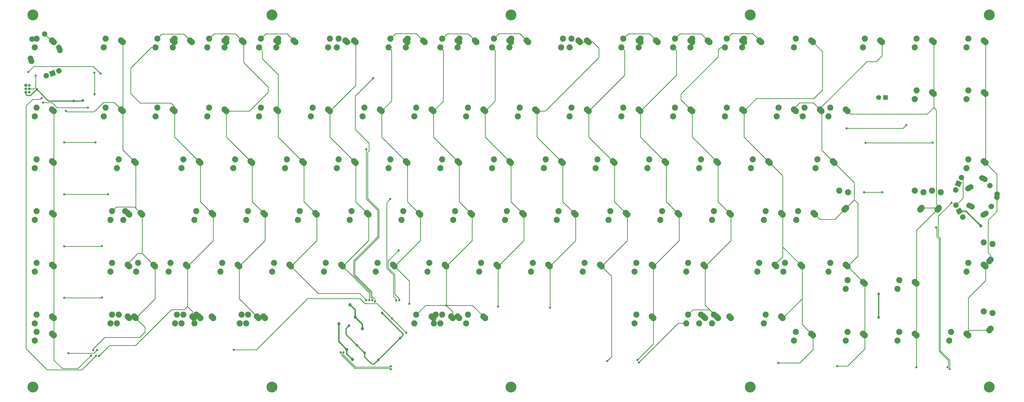
<source format=gtl>
G04 #@! TF.GenerationSoftware,KiCad,Pcbnew,(5.1.0)-1*
G04 #@! TF.CreationDate,2019-05-14T20:04:05-07:00*
G04 #@! TF.ProjectId,mad cat,6d616420-6361-4742-9e6b-696361645f70,rev?*
G04 #@! TF.SameCoordinates,Original*
G04 #@! TF.FileFunction,Copper,L1,Top*
G04 #@! TF.FilePolarity,Positive*
%FSLAX46Y46*%
G04 Gerber Fmt 4.6, Leading zero omitted, Abs format (unit mm)*
G04 Created by KiCad (PCBNEW (5.1.0)-1) date 2019-05-14 20:04:05*
%MOMM*%
%LPD*%
G04 APERTURE LIST*
%ADD10C,2.250000*%
%ADD11C,2.000000*%
%ADD12C,0.100000*%
%ADD13R,1.800000X1.800000*%
%ADD14C,1.800000*%
%ADD15R,1.000000X1.000000*%
%ADD16O,1.000000X1.000000*%
%ADD17C,1.000000*%
%ADD18C,4.000000*%
%ADD19C,1.200000*%
%ADD20C,0.800000*%
%ADD21C,0.508000*%
%ADD22C,0.381000*%
%ADD23C,0.254000*%
G04 APERTURE END LIST*
D10*
X81121250Y-108585000D03*
X81781250Y-105375000D03*
X87471250Y-106045000D03*
X88081250Y-106625000D03*
X154940000Y-108585000D03*
X155600000Y-105375000D03*
X161290000Y-106045000D03*
X161900000Y-106625000D03*
D11*
X344679809Y-65084936D03*
X345929809Y-67250000D03*
D12*
G36*
X345563784Y-68616025D02*
G01*
X344563784Y-66883975D01*
X346295834Y-65883975D01*
X347295834Y-67616025D01*
X345563784Y-68616025D01*
X345563784Y-68616025D01*
G37*
D11*
X347179809Y-69415064D03*
D12*
G36*
X350210018Y-57352398D02*
G01*
X350307511Y-57363614D01*
X350403434Y-57384331D01*
X350496865Y-57414351D01*
X350586904Y-57453384D01*
X350672683Y-57501055D01*
X350753377Y-57556904D01*
X350828207Y-57620393D01*
X350896455Y-57690911D01*
X350957462Y-57767779D01*
X351010641Y-57850257D01*
X351039042Y-57903043D01*
X351039043Y-57903045D01*
X351078571Y-57992868D01*
X351109104Y-58086133D01*
X351130349Y-58181941D01*
X351142100Y-58279370D01*
X351144245Y-58377482D01*
X351136764Y-58475332D01*
X351119727Y-58571977D01*
X351093299Y-58666487D01*
X351057735Y-58757951D01*
X351013378Y-58845489D01*
X350960653Y-58928258D01*
X350900070Y-59005461D01*
X350832211Y-59076353D01*
X350757731Y-59140253D01*
X350644616Y-59216285D01*
X349605385Y-59816285D01*
X349518092Y-59861123D01*
X349426824Y-59897189D01*
X349332461Y-59924136D01*
X349235911Y-59941704D01*
X349138104Y-59949724D01*
X349039982Y-59948118D01*
X348942489Y-59936902D01*
X348846566Y-59916185D01*
X348753135Y-59886165D01*
X348663096Y-59847132D01*
X348577317Y-59799461D01*
X348496623Y-59743612D01*
X348421793Y-59680123D01*
X348353545Y-59609605D01*
X348292538Y-59532737D01*
X348239359Y-59450259D01*
X348210958Y-59397473D01*
X348210957Y-59397471D01*
X348171429Y-59307648D01*
X348140896Y-59214383D01*
X348119651Y-59118575D01*
X348107900Y-59021146D01*
X348105755Y-58923034D01*
X348113236Y-58825184D01*
X348130273Y-58728539D01*
X348156701Y-58634029D01*
X348192265Y-58542565D01*
X348236622Y-58455027D01*
X348289347Y-58372258D01*
X348349930Y-58295055D01*
X348417789Y-58224163D01*
X348492269Y-58160263D01*
X348605384Y-58084231D01*
X349644615Y-57484231D01*
X349731908Y-57439393D01*
X349823176Y-57403327D01*
X349917539Y-57376380D01*
X350014089Y-57358812D01*
X350111896Y-57350792D01*
X350210018Y-57352398D01*
X350210018Y-57352398D01*
G37*
D11*
X349625000Y-58650258D03*
D12*
G36*
X355810018Y-67051882D02*
G01*
X355907511Y-67063098D01*
X356003434Y-67083815D01*
X356096865Y-67113835D01*
X356186904Y-67152868D01*
X356272683Y-67200539D01*
X356353377Y-67256388D01*
X356428207Y-67319877D01*
X356496455Y-67390395D01*
X356557462Y-67467263D01*
X356610641Y-67549741D01*
X356639042Y-67602527D01*
X356639043Y-67602529D01*
X356678571Y-67692352D01*
X356709104Y-67785617D01*
X356730349Y-67881425D01*
X356742100Y-67978854D01*
X356744245Y-68076966D01*
X356736764Y-68174816D01*
X356719727Y-68271461D01*
X356693299Y-68365971D01*
X356657735Y-68457435D01*
X356613378Y-68544973D01*
X356560653Y-68627742D01*
X356500070Y-68704945D01*
X356432211Y-68775837D01*
X356357731Y-68839737D01*
X356244616Y-68915769D01*
X355205385Y-69515769D01*
X355118092Y-69560607D01*
X355026824Y-69596673D01*
X354932461Y-69623620D01*
X354835911Y-69641188D01*
X354738104Y-69649208D01*
X354639982Y-69647602D01*
X354542489Y-69636386D01*
X354446566Y-69615669D01*
X354353135Y-69585649D01*
X354263096Y-69546616D01*
X354177317Y-69498945D01*
X354096623Y-69443096D01*
X354021793Y-69379607D01*
X353953545Y-69309089D01*
X353892538Y-69232221D01*
X353839359Y-69149743D01*
X353810958Y-69096957D01*
X353810957Y-69096955D01*
X353771429Y-69007132D01*
X353740896Y-68913867D01*
X353719651Y-68818059D01*
X353707900Y-68720630D01*
X353705755Y-68622518D01*
X353713236Y-68524668D01*
X353730273Y-68428023D01*
X353756701Y-68333513D01*
X353792265Y-68242049D01*
X353836622Y-68154511D01*
X353889347Y-68071742D01*
X353949930Y-67994539D01*
X354017789Y-67923647D01*
X354092269Y-67859747D01*
X354205384Y-67783715D01*
X355244615Y-67183715D01*
X355331908Y-67138877D01*
X355423176Y-67102811D01*
X355517539Y-67075864D01*
X355614089Y-67058296D01*
X355711896Y-67050276D01*
X355810018Y-67051882D01*
X355810018Y-67051882D01*
G37*
D11*
X355225000Y-68349742D03*
X357237178Y-57834936D03*
X359737178Y-62165064D03*
D10*
X33496250Y-89535000D03*
X34156250Y-86325000D03*
X39846250Y-86995000D03*
X40456250Y-87575000D03*
D13*
X318770000Y-25400000D03*
D14*
X316230000Y-25400000D03*
D15*
X2365000Y-20955000D03*
D16*
X3635000Y-20955000D03*
X2365000Y-22225000D03*
X3635000Y-22225000D03*
X2365000Y-23495000D03*
D17*
X3635000Y-23495000D03*
D18*
X5000000Y5000000D03*
X356950000Y-132000000D03*
X5000000Y-132000000D03*
X180975000Y-132000000D03*
X92987500Y-132000000D03*
X268962500Y-132000000D03*
X356950000Y5000000D03*
X268962500Y5000000D03*
X180975000Y5000000D03*
X92987500Y5000000D03*
D11*
X9878809Y-17422773D03*
X12212760Y-16526853D03*
D12*
G36*
X13504708Y-17102065D02*
G01*
X11637548Y-17818801D01*
X10920812Y-15951641D01*
X12787972Y-15234905D01*
X13504708Y-17102065D01*
X13504708Y-17102065D01*
G37*
D11*
X14546711Y-15630933D03*
D12*
G36*
X4207003Y-9979564D02*
G01*
X4303648Y-9996601D01*
X4398158Y-10023029D01*
X4489622Y-10058593D01*
X4577160Y-10102950D01*
X4659929Y-10155675D01*
X4737132Y-10216258D01*
X4808024Y-10284117D01*
X4871924Y-10358597D01*
X4928216Y-10438983D01*
X4976357Y-10524498D01*
X5015510Y-10613344D01*
X5445552Y-11733641D01*
X5476183Y-11826873D01*
X5497528Y-11922659D01*
X5509381Y-12020076D01*
X5511629Y-12118186D01*
X5504250Y-12216043D01*
X5487314Y-12312706D01*
X5460986Y-12407244D01*
X5425518Y-12498745D01*
X5381251Y-12586330D01*
X5328614Y-12669154D01*
X5268111Y-12746420D01*
X5200327Y-12817383D01*
X5125913Y-12881361D01*
X5045587Y-12937737D01*
X4959186Y-12986436D01*
X4959184Y-12986437D01*
X4869361Y-13025965D01*
X4776096Y-13056498D01*
X4680288Y-13077743D01*
X4582859Y-13089494D01*
X4484747Y-13091639D01*
X4386897Y-13084158D01*
X4290252Y-13067121D01*
X4195742Y-13040693D01*
X4104278Y-13005129D01*
X4016740Y-12960772D01*
X3933971Y-12908047D01*
X3856768Y-12847464D01*
X3785876Y-12779605D01*
X3721976Y-12705125D01*
X3665684Y-12624739D01*
X3617543Y-12539224D01*
X3578390Y-12450378D01*
X3148348Y-11330081D01*
X3117717Y-11236849D01*
X3096372Y-11141063D01*
X3084519Y-11043646D01*
X3082271Y-10945536D01*
X3089650Y-10847679D01*
X3106586Y-10751016D01*
X3132914Y-10656478D01*
X3168382Y-10564977D01*
X3212649Y-10477392D01*
X3265286Y-10394568D01*
X3325789Y-10317302D01*
X3393573Y-10246339D01*
X3467987Y-10182361D01*
X3548313Y-10125985D01*
X3634714Y-10077286D01*
X3634716Y-10077285D01*
X3724539Y-10037757D01*
X3817804Y-10007224D01*
X3913612Y-9985979D01*
X4011041Y-9974228D01*
X4109153Y-9972083D01*
X4207003Y-9979564D01*
X4207003Y-9979564D01*
G37*
D11*
X4296950Y-11531861D03*
D12*
G36*
X14663103Y-5965842D02*
G01*
X14759748Y-5982879D01*
X14854258Y-6009307D01*
X14945722Y-6044871D01*
X15033260Y-6089228D01*
X15116029Y-6141953D01*
X15193232Y-6202536D01*
X15264124Y-6270395D01*
X15328024Y-6344875D01*
X15384316Y-6425261D01*
X15432457Y-6510776D01*
X15471610Y-6599622D01*
X15901652Y-7719919D01*
X15932283Y-7813151D01*
X15953628Y-7908937D01*
X15965481Y-8006354D01*
X15967729Y-8104464D01*
X15960350Y-8202321D01*
X15943414Y-8298984D01*
X15917086Y-8393522D01*
X15881618Y-8485023D01*
X15837351Y-8572608D01*
X15784714Y-8655432D01*
X15724211Y-8732698D01*
X15656427Y-8803661D01*
X15582013Y-8867639D01*
X15501687Y-8924015D01*
X15415286Y-8972714D01*
X15415284Y-8972715D01*
X15325461Y-9012243D01*
X15232196Y-9042776D01*
X15136388Y-9064021D01*
X15038959Y-9075772D01*
X14940847Y-9077917D01*
X14842997Y-9070436D01*
X14746352Y-9053399D01*
X14651842Y-9026971D01*
X14560378Y-8991407D01*
X14472840Y-8947050D01*
X14390071Y-8894325D01*
X14312868Y-8833742D01*
X14241976Y-8765883D01*
X14178076Y-8691403D01*
X14121784Y-8611017D01*
X14073643Y-8525502D01*
X14034490Y-8436656D01*
X13604448Y-7316359D01*
X13573817Y-7223127D01*
X13552472Y-7127341D01*
X13540619Y-7029924D01*
X13538371Y-6931814D01*
X13545750Y-6833957D01*
X13562686Y-6737294D01*
X13589014Y-6642756D01*
X13624482Y-6551255D01*
X13668749Y-6463670D01*
X13721386Y-6380846D01*
X13781889Y-6303580D01*
X13849673Y-6232617D01*
X13924087Y-6168639D01*
X14004413Y-6112263D01*
X14090814Y-6063564D01*
X14090816Y-6063563D01*
X14180639Y-6024035D01*
X14273904Y-5993502D01*
X14369712Y-5972257D01*
X14467141Y-5960506D01*
X14565253Y-5958361D01*
X14663103Y-5965842D01*
X14663103Y-5965842D01*
G37*
D11*
X14753050Y-7518139D03*
X4682473Y-3885857D03*
X9350375Y-2094017D03*
D10*
X93027500Y-89535000D03*
X93687500Y-86325000D03*
X99377500Y-86995000D03*
X99987500Y-87575000D03*
X56515000Y-6985000D03*
X57175000Y-3775000D03*
X62865000Y-4445000D03*
X63475000Y-5025000D03*
X31115000Y-6985000D03*
X31775000Y-3775000D03*
X37465000Y-4445000D03*
X38075000Y-5025000D03*
X285115000Y-6985000D03*
X285775000Y-3775000D03*
X291465000Y-4445000D03*
X292075000Y-5025000D03*
X180340000Y-6985000D03*
X181000000Y-3775000D03*
X186690000Y-4445000D03*
X187300000Y-5025000D03*
X75565000Y-6985000D03*
X76225000Y-3775000D03*
X81915000Y-4445000D03*
X82525000Y-5025000D03*
X310515000Y-6985000D03*
X311175000Y-3775000D03*
X316865000Y-4445000D03*
X317475000Y-5025000D03*
X199390000Y-6985000D03*
X200050000Y-3775000D03*
X205740000Y-4445000D03*
X206350000Y-5025000D03*
X329565000Y-6985000D03*
X330225000Y-3775000D03*
X335915000Y-4445000D03*
X336525000Y-5025000D03*
X227965000Y-6985000D03*
X228625000Y-3775000D03*
X234315000Y-4445000D03*
X234925000Y-5025000D03*
X94615000Y-6985000D03*
X95275000Y-3775000D03*
X100965000Y-4445000D03*
X101575000Y-5025000D03*
X247015000Y-6985000D03*
X247675000Y-3775000D03*
X253365000Y-4445000D03*
X253975000Y-5025000D03*
X161290000Y-6985000D03*
X161950000Y-3775000D03*
X167640000Y-4445000D03*
X168250000Y-5025000D03*
X5715000Y-6985000D03*
X6375000Y-3775000D03*
X12065000Y-4445000D03*
X12675000Y-5025000D03*
X113665000Y-6985000D03*
X114325000Y-3775000D03*
X120015000Y-4445000D03*
X120625000Y-5025000D03*
X142240000Y-6985000D03*
X142900000Y-3775000D03*
X148590000Y-4445000D03*
X149200000Y-5025000D03*
X348615000Y-6985000D03*
X349275000Y-3775000D03*
X354965000Y-4445000D03*
X355575000Y-5025000D03*
X266065000Y-6985000D03*
X266725000Y-3775000D03*
X272415000Y-4445000D03*
X273025000Y-5025000D03*
X183515000Y-32385000D03*
X184175000Y-29175000D03*
X189865000Y-29845000D03*
X190475000Y-30425000D03*
X126365000Y-32385000D03*
X127025000Y-29175000D03*
X132715000Y-29845000D03*
X133325000Y-30425000D03*
X145415000Y-32385000D03*
X146075000Y-29175000D03*
X151765000Y-29845000D03*
X152375000Y-30425000D03*
X50165000Y-32385000D03*
X50825000Y-29175000D03*
X56515000Y-29845000D03*
X57125000Y-30425000D03*
X164465000Y-32385000D03*
X165125000Y-29175000D03*
X170815000Y-29845000D03*
X171425000Y-30425000D03*
X5715000Y-32385000D03*
X6375000Y-29175000D03*
X12065000Y-29845000D03*
X12675000Y-30425000D03*
X329565000Y-26035000D03*
X330225000Y-22825000D03*
X335915000Y-23495000D03*
X336525000Y-24075000D03*
X107315000Y-32385000D03*
X107975000Y-29175000D03*
X113665000Y-29845000D03*
X114275000Y-30425000D03*
X259715000Y-32385000D03*
X260375000Y-29175000D03*
X266065000Y-29845000D03*
X266675000Y-30425000D03*
X202565000Y-32385000D03*
X203225000Y-29175000D03*
X208915000Y-29845000D03*
X209525000Y-30425000D03*
X348615000Y-26035000D03*
X349275000Y-22825000D03*
X354965000Y-23495000D03*
X355575000Y-24075000D03*
X240665000Y-32385000D03*
X241325000Y-29175000D03*
X247015000Y-29845000D03*
X247625000Y-30425000D03*
X221615000Y-32385000D03*
X222275000Y-29175000D03*
X227965000Y-29845000D03*
X228575000Y-30425000D03*
X69215000Y-32385000D03*
X69875000Y-29175000D03*
X75565000Y-29845000D03*
X76175000Y-30425000D03*
X31115000Y-32385000D03*
X31775000Y-29175000D03*
X37465000Y-29845000D03*
X38075000Y-30425000D03*
X88265000Y-32385000D03*
X88925000Y-29175000D03*
X94615000Y-29845000D03*
X95225000Y-30425000D03*
X193040000Y-51435000D03*
X193700000Y-48225000D03*
X199390000Y-48895000D03*
X200000000Y-49475000D03*
X212090000Y-51435000D03*
X212750000Y-48225000D03*
X218440000Y-48895000D03*
X219050000Y-49475000D03*
X78740000Y-51435000D03*
X79400000Y-48225000D03*
X85090000Y-48895000D03*
X85700000Y-49475000D03*
X250190000Y-51435000D03*
X250850000Y-48225000D03*
X256540000Y-48895000D03*
X257150000Y-49475000D03*
X231140000Y-51435000D03*
X231800000Y-48225000D03*
X237490000Y-48895000D03*
X238100000Y-49475000D03*
X116840000Y-51435000D03*
X117500000Y-48225000D03*
X123190000Y-48895000D03*
X123800000Y-49475000D03*
X97790000Y-51435000D03*
X98450000Y-48225000D03*
X104140000Y-48895000D03*
X104750000Y-49475000D03*
X173990000Y-51435000D03*
X174650000Y-48225000D03*
X180340000Y-48895000D03*
X180950000Y-49475000D03*
X297815000Y-32385000D03*
X298475000Y-29175000D03*
X304165000Y-29845000D03*
X304775000Y-30425000D03*
X269240000Y-51435000D03*
X269900000Y-48225000D03*
X275590000Y-48895000D03*
X276200000Y-49475000D03*
X154940000Y-51435000D03*
X155600000Y-48225000D03*
X161290000Y-48895000D03*
X161900000Y-49475000D03*
X59690000Y-51435000D03*
X60350000Y-48225000D03*
X66040000Y-48895000D03*
X66650000Y-49475000D03*
X5715000Y-51435000D03*
X6375000Y-48225000D03*
X12065000Y-48895000D03*
X12675000Y-49475000D03*
X135890000Y-51435000D03*
X136550000Y-48225000D03*
X142240000Y-48895000D03*
X142850000Y-49475000D03*
X348615000Y-51435000D03*
X349275000Y-48225000D03*
X354965000Y-48895000D03*
X355575000Y-49475000D03*
X254952500Y-70485000D03*
X255612500Y-67275000D03*
X261302500Y-67945000D03*
X261912500Y-68525000D03*
X5715000Y-70485000D03*
X6375000Y-67275000D03*
X12065000Y-67945000D03*
X12675000Y-68525000D03*
X235902500Y-70485000D03*
X236562500Y-67275000D03*
X242252500Y-67945000D03*
X242862500Y-68525000D03*
X64452500Y-70485000D03*
X65112500Y-67275000D03*
X70802500Y-67945000D03*
X71412500Y-68525000D03*
X216852500Y-70485000D03*
X217512500Y-67275000D03*
X223202500Y-67945000D03*
X223812500Y-68525000D03*
X83502500Y-70485000D03*
X84162500Y-67275000D03*
X89852500Y-67945000D03*
X90462500Y-68525000D03*
X102552500Y-70485000D03*
X103212500Y-67275000D03*
X108902500Y-67945000D03*
X109512500Y-68525000D03*
X121602500Y-70485000D03*
X122262500Y-67275000D03*
X127952500Y-67945000D03*
X128562500Y-68525000D03*
X197802500Y-70485000D03*
X198462500Y-67275000D03*
X204152500Y-67945000D03*
X204762500Y-68525000D03*
X274002500Y-70485000D03*
X274662500Y-67275000D03*
X280352500Y-67945000D03*
X280962500Y-68525000D03*
X140652500Y-70485000D03*
X141312500Y-67275000D03*
X147002500Y-67945000D03*
X147612500Y-68525000D03*
X159702500Y-70485000D03*
X160362500Y-67275000D03*
X166052500Y-67945000D03*
X166662500Y-68525000D03*
X178752500Y-70485000D03*
X179412500Y-67275000D03*
X185102500Y-67945000D03*
X185712500Y-68525000D03*
X131127500Y-89535000D03*
X131787500Y-86325000D03*
X137477500Y-86995000D03*
X138087500Y-87575000D03*
X297815000Y-89535000D03*
X298475000Y-86325000D03*
X304165000Y-86995000D03*
X304775000Y-87575000D03*
X73977500Y-89535000D03*
X74637500Y-86325000D03*
X80327500Y-86995000D03*
X80937500Y-87575000D03*
X5715000Y-89535000D03*
X6375000Y-86325000D03*
X12065000Y-86995000D03*
X12675000Y-87575000D03*
X188277500Y-89535000D03*
X188937500Y-86325000D03*
X194627500Y-86995000D03*
X195237500Y-87575000D03*
X112077500Y-89535000D03*
X112737500Y-86325000D03*
X118427500Y-86995000D03*
X119037500Y-87575000D03*
X323215000Y-95885000D03*
X323875000Y-92675000D03*
X329565000Y-93345000D03*
X330175000Y-93925000D03*
X226377500Y-89535000D03*
X227037500Y-86325000D03*
X232727500Y-86995000D03*
X233337500Y-87575000D03*
X245427500Y-89535000D03*
X246087500Y-86325000D03*
X251777500Y-86995000D03*
X252387500Y-87575000D03*
X207327500Y-89535000D03*
X207987500Y-86325000D03*
X213677500Y-86995000D03*
X214287500Y-87575000D03*
X169227500Y-89535000D03*
X169887500Y-86325000D03*
X175577500Y-86995000D03*
X176187500Y-87575000D03*
X150177500Y-89535000D03*
X150837500Y-86325000D03*
X156527500Y-86995000D03*
X157137500Y-87575000D03*
X54927500Y-89535000D03*
X55587500Y-86325000D03*
X61277500Y-86995000D03*
X61887500Y-87575000D03*
X250190000Y-108585000D03*
X250850000Y-105375000D03*
X256540000Y-106045000D03*
X257150000Y-106625000D03*
X342265000Y-114935000D03*
X342925000Y-111725000D03*
X348615000Y-112395000D03*
X349225000Y-112975000D03*
X59690000Y-108585000D03*
X60350000Y-105375000D03*
X66040000Y-106045000D03*
X66650000Y-106625000D03*
X323215000Y-114935000D03*
X323875000Y-111725000D03*
X329565000Y-112395000D03*
X330175000Y-112975000D03*
X5715000Y-108585000D03*
X6375000Y-105375000D03*
X12065000Y-106045000D03*
X12675000Y-106625000D03*
X304165000Y-114935000D03*
X304825000Y-111725000D03*
X310515000Y-112395000D03*
X311125000Y-112975000D03*
X221615000Y-6985000D03*
X222275000Y-3775000D03*
X227965000Y-4445000D03*
X228575000Y-5025000D03*
X240665000Y-6985000D03*
X241325000Y-3775000D03*
X247015000Y-4445000D03*
X247625000Y-5025000D03*
X259715000Y-6985000D03*
X260375000Y-3775000D03*
X266065000Y-4445000D03*
X266675000Y-5025000D03*
X50165000Y-6985000D03*
X50825000Y-3775000D03*
X56515000Y-4445000D03*
X57125000Y-5025000D03*
X69215000Y-6985000D03*
X69875000Y-3775000D03*
X75565000Y-4445000D03*
X76175000Y-5025000D03*
X88265000Y-6985000D03*
X88925000Y-3775000D03*
X94615000Y-4445000D03*
X95225000Y-5025000D03*
X116840000Y-6985000D03*
X117500000Y-3775000D03*
X123190000Y-4445000D03*
X123800000Y-5025000D03*
X135890000Y-6985000D03*
X136550000Y-3775000D03*
X142240000Y-4445000D03*
X142850000Y-5025000D03*
X154940000Y-6985000D03*
X155600000Y-3775000D03*
X161290000Y-4445000D03*
X161900000Y-5025000D03*
X173990000Y-6985000D03*
X174650000Y-3775000D03*
X180340000Y-4445000D03*
X180950000Y-5025000D03*
X202565000Y-6985000D03*
X203225000Y-3775000D03*
X208915000Y-4445000D03*
X209525000Y-5025000D03*
X278765000Y-32385000D03*
X279425000Y-29175000D03*
X285115000Y-29845000D03*
X285725000Y-30425000D03*
X348615000Y-89535000D03*
X349275000Y-86325000D03*
X354965000Y-86995000D03*
X355575000Y-87575000D03*
X304165000Y-95885000D03*
X304825000Y-92675000D03*
X310515000Y-93345000D03*
X311125000Y-93925000D03*
X5715000Y-114935000D03*
X6375000Y-111725000D03*
X12065000Y-112395000D03*
X12675000Y-112975000D03*
X285115000Y-114935000D03*
X285775000Y-111725000D03*
X291465000Y-112395000D03*
X292075000Y-112975000D03*
X43021250Y-89535000D03*
X43681250Y-86325000D03*
X49371250Y-86995000D03*
X49981250Y-87575000D03*
X285908750Y-70485000D03*
X286568750Y-67275000D03*
X292258750Y-67945000D03*
X292868750Y-68525000D03*
X281146250Y-89535000D03*
X281806250Y-86325000D03*
X287496250Y-86995000D03*
X288106250Y-87575000D03*
X38258750Y-70485000D03*
X38918750Y-67275000D03*
X44608750Y-67945000D03*
X45218750Y-68525000D03*
X271621250Y-89535000D03*
X272281250Y-86325000D03*
X277971250Y-86995000D03*
X278581250Y-87575000D03*
X33496250Y-70485000D03*
X34156250Y-67275000D03*
X39846250Y-67945000D03*
X40456250Y-68525000D03*
X33496250Y-108585000D03*
X34156250Y-105375000D03*
X39846250Y-106045000D03*
X40456250Y-106625000D03*
X57308750Y-108585000D03*
X57968750Y-105375000D03*
X63658750Y-106045000D03*
X64268750Y-106625000D03*
X301783750Y-59690000D03*
X304993750Y-60350000D03*
X304323750Y-66040000D03*
X303743750Y-66650000D03*
X293052500Y-51435000D03*
X293712500Y-48225000D03*
X299402500Y-48895000D03*
X300012500Y-49475000D03*
X35877500Y-51435000D03*
X36537500Y-48225000D03*
X42227500Y-48895000D03*
X42837500Y-49475000D03*
X35877500Y-108585000D03*
X36537500Y-105375000D03*
X42227500Y-106045000D03*
X42837500Y-106625000D03*
X83502500Y-108585000D03*
X84162500Y-105375000D03*
X89852500Y-106045000D03*
X90462500Y-106625000D03*
X226377500Y-108585000D03*
X227037500Y-105375000D03*
X232727500Y-106045000D03*
X233337500Y-106625000D03*
X274002500Y-108585000D03*
X274662500Y-105375000D03*
X280352500Y-106045000D03*
X280962500Y-106625000D03*
X254952500Y-108585000D03*
X255612500Y-105375000D03*
X261302500Y-106045000D03*
X261912500Y-106625000D03*
X288290000Y-32385000D03*
X288950000Y-29175000D03*
X294640000Y-29845000D03*
X295250000Y-30425000D03*
X354965000Y-78740000D03*
X358175000Y-79400000D03*
X357505000Y-85090000D03*
X356925000Y-85700000D03*
X354965000Y-104140000D03*
X358175000Y-104800000D03*
X357505000Y-110490000D03*
X356925000Y-111100000D03*
X329565000Y-59690000D03*
X332775000Y-60350000D03*
X332105000Y-66040000D03*
X331525000Y-66650000D03*
X335915000Y-59690000D03*
X339125000Y-60350000D03*
X338455000Y-66040000D03*
X337875000Y-66650000D03*
X152558750Y-108585000D03*
X153218750Y-105375000D03*
X158908750Y-106045000D03*
X159518750Y-106625000D03*
D11*
X346684237Y-54889594D03*
X345627692Y-57155363D03*
D12*
G36*
X344298766Y-57639053D02*
G01*
X345144002Y-55826437D01*
X346956618Y-56671673D01*
X346111382Y-58484289D01*
X344298766Y-57639053D01*
X344298766Y-57639053D01*
G37*
D11*
X344571146Y-59421133D03*
D12*
G36*
X354318767Y-53998620D02*
G01*
X354416196Y-54010371D01*
X354512004Y-54031616D01*
X354605269Y-54062149D01*
X354670496Y-54089796D01*
X355758065Y-54596938D01*
X355844864Y-54642726D01*
X355926757Y-54696802D01*
X356002955Y-54758643D01*
X356072724Y-54827656D01*
X356135394Y-54903175D01*
X356190359Y-54984473D01*
X356237091Y-55070767D01*
X356275140Y-55161226D01*
X356304139Y-55254979D01*
X356323809Y-55351123D01*
X356333960Y-55448732D01*
X356334495Y-55546866D01*
X356325409Y-55644579D01*
X356306789Y-55740932D01*
X356278814Y-55834996D01*
X356229874Y-55950460D01*
X356229873Y-55950462D01*
X356181732Y-56035977D01*
X356125440Y-56116363D01*
X356061540Y-56190843D01*
X355990648Y-56258702D01*
X355913445Y-56319285D01*
X355830676Y-56372010D01*
X355743138Y-56416367D01*
X355651674Y-56451931D01*
X355557164Y-56478359D01*
X355460519Y-56495396D01*
X355362669Y-56502877D01*
X355264557Y-56500732D01*
X355167128Y-56488981D01*
X355071320Y-56467736D01*
X354978055Y-56437203D01*
X354912828Y-56409556D01*
X353825259Y-55902414D01*
X353738460Y-55856626D01*
X353656567Y-55802550D01*
X353580369Y-55740709D01*
X353510600Y-55671696D01*
X353447930Y-55596177D01*
X353392965Y-55514879D01*
X353346233Y-55428585D01*
X353308184Y-55338126D01*
X353279185Y-55244373D01*
X353259515Y-55148229D01*
X353249364Y-55050620D01*
X353248829Y-54952486D01*
X353257915Y-54854773D01*
X353276535Y-54758420D01*
X353304510Y-54664356D01*
X353353450Y-54548892D01*
X353353451Y-54548890D01*
X353401592Y-54463375D01*
X353457884Y-54382989D01*
X353521784Y-54308509D01*
X353592676Y-54240650D01*
X353669879Y-54180067D01*
X353752648Y-54127342D01*
X353840186Y-54082985D01*
X353931650Y-54047421D01*
X354026160Y-54020993D01*
X354122805Y-54003956D01*
X354220655Y-53996475D01*
X354318767Y-53998620D01*
X354318767Y-53998620D01*
G37*
D11*
X354791662Y-55249676D03*
D12*
G36*
X349585443Y-64149268D02*
G01*
X349682872Y-64161019D01*
X349778680Y-64182264D01*
X349871945Y-64212797D01*
X349937172Y-64240444D01*
X351024741Y-64747586D01*
X351111540Y-64793374D01*
X351193433Y-64847450D01*
X351269631Y-64909291D01*
X351339400Y-64978304D01*
X351402070Y-65053823D01*
X351457035Y-65135121D01*
X351503767Y-65221415D01*
X351541816Y-65311874D01*
X351570815Y-65405627D01*
X351590485Y-65501771D01*
X351600636Y-65599380D01*
X351601171Y-65697514D01*
X351592085Y-65795227D01*
X351573465Y-65891580D01*
X351545490Y-65985644D01*
X351496550Y-66101108D01*
X351496549Y-66101110D01*
X351448408Y-66186625D01*
X351392116Y-66267011D01*
X351328216Y-66341491D01*
X351257324Y-66409350D01*
X351180121Y-66469933D01*
X351097352Y-66522658D01*
X351009814Y-66567015D01*
X350918350Y-66602579D01*
X350823840Y-66629007D01*
X350727195Y-66646044D01*
X350629345Y-66653525D01*
X350531233Y-66651380D01*
X350433804Y-66639629D01*
X350337996Y-66618384D01*
X350244731Y-66587851D01*
X350179504Y-66560204D01*
X349091935Y-66053062D01*
X349005136Y-66007274D01*
X348923243Y-65953198D01*
X348847045Y-65891357D01*
X348777276Y-65822344D01*
X348714606Y-65746825D01*
X348659641Y-65665527D01*
X348612909Y-65579233D01*
X348574860Y-65488774D01*
X348545861Y-65395021D01*
X348526191Y-65298877D01*
X348516040Y-65201268D01*
X348515505Y-65103134D01*
X348524591Y-65005421D01*
X348543211Y-64909068D01*
X348571186Y-64815004D01*
X348620126Y-64699540D01*
X348620127Y-64699538D01*
X348668268Y-64614023D01*
X348724560Y-64533637D01*
X348788460Y-64459157D01*
X348859352Y-64391298D01*
X348936555Y-64330715D01*
X349019324Y-64277990D01*
X349106862Y-64233633D01*
X349198326Y-64198069D01*
X349292836Y-64171641D01*
X349389481Y-64154604D01*
X349487331Y-64147123D01*
X349585443Y-64149268D01*
X349585443Y-64149268D01*
G37*
D11*
X350058338Y-65400324D03*
X359825700Y-61017558D03*
X357712609Y-65549097D03*
D10*
X252387500Y-106625000D03*
X251777500Y-106045000D03*
X246087500Y-105375000D03*
X245427500Y-108585000D03*
X171425000Y-106625000D03*
X170815000Y-106045000D03*
X165125000Y-105375000D03*
X164465000Y-108585000D03*
X64452500Y-108585000D03*
X65112500Y-105375000D03*
X70802500Y-106045000D03*
X71412500Y-106625000D03*
X152375000Y-106625000D03*
X151765000Y-106045000D03*
X146075000Y-105375000D03*
X145415000Y-108585000D03*
D19*
X120500000Y-118200000D03*
X122600000Y-121900000D03*
X353800000Y-72700000D03*
X123600000Y-106300000D03*
X126237258Y-110500000D03*
X121700000Y-101700000D03*
X117600000Y-108700000D03*
D17*
X124234315Y-116634315D03*
X127100000Y-119400000D03*
X23400000Y-26500000D03*
X20000000Y-26700000D03*
X132100000Y-122000000D03*
X140100000Y-114000000D03*
X133500000Y-104800000D03*
X6400000Y-22400000D03*
X121300000Y-109400000D03*
D20*
X130900000Y-100500000D03*
X130200000Y-18300000D03*
X3269800Y-16000000D03*
X29900000Y-16600000D03*
X16500000Y-41900000D03*
X28000000Y-41900000D03*
X304500000Y-36800000D03*
X326400000Y-35600000D03*
X129900000Y-100000000D03*
X127700000Y-44500000D03*
X16500000Y-61100000D03*
X32700000Y-61100000D03*
X311400000Y-42100000D03*
X336100000Y-42000000D03*
X136500000Y-62800000D03*
X138700000Y-100200000D03*
X16500000Y-80200000D03*
X30400000Y-80100000D03*
X310900000Y-60300000D03*
X317600000Y-60300000D03*
X139817985Y-100017985D03*
X139600000Y-81700000D03*
X16500000Y-99200000D03*
X30400000Y-99100000D03*
X18000000Y-119600000D03*
X137174012Y-106774012D03*
X78900000Y-118300000D03*
X28600000Y-118400000D03*
X142400000Y-112000000D03*
X28200000Y-120500000D03*
X8200000Y-25600000D03*
D17*
X316200000Y-106380200D03*
X316230000Y-97770000D03*
D20*
X279300000Y-123100000D03*
X176200000Y-102400000D03*
X29300000Y-120600000D03*
X301000000Y-124298190D03*
X195300000Y-102800000D03*
X216300000Y-122469350D03*
X127700000Y-100000000D03*
X227500000Y-122000000D03*
X157137500Y-101937500D03*
X128800000Y-100000000D03*
X143500000Y-101400000D03*
X228000000Y-123000000D03*
X119301600Y-119200000D03*
X136700000Y-124398400D03*
X341645315Y-124745315D03*
X337398400Y-73300000D03*
X27700000Y-24200000D03*
X27600000Y-16300000D03*
X330100000Y-124755400D03*
X118298400Y-119200000D03*
X136700000Y-125401600D03*
X342354685Y-125454685D03*
X343100000Y-64200000D03*
X25254351Y-29141600D03*
X8710000Y-27300000D03*
X6000000Y-17400000D03*
X26400000Y-120400000D03*
X27200000Y-118500000D03*
X17100000Y-30300000D03*
D21*
X120500000Y-118200000D02*
X120500000Y-119800000D01*
X120500000Y-119800000D02*
X122600000Y-121900000D01*
X345929809Y-67250000D02*
X348350000Y-67250000D01*
X348350000Y-67250000D02*
X353800000Y-72700000D01*
X123600000Y-106300000D02*
X126237258Y-108937258D01*
X126237258Y-108937258D02*
X126237258Y-110500000D01*
X123600000Y-106300000D02*
X123600000Y-103600000D01*
X123600000Y-103600000D02*
X121700000Y-101700000D01*
X117600000Y-115300000D02*
X120500000Y-118200000D01*
X117600000Y-108700000D02*
X117600000Y-115300000D01*
D22*
X124234315Y-116634315D02*
X127000000Y-119400000D01*
X127000000Y-119400000D02*
X127100000Y-119400000D01*
X23200000Y-26700000D02*
X23400000Y-26500000D01*
X20000000Y-26700000D02*
X23200000Y-26700000D01*
X132100000Y-122000000D02*
X130600000Y-123500000D01*
X130600000Y-123500000D02*
X129600000Y-123500000D01*
X127100000Y-121000000D02*
X127100000Y-119400000D01*
X129600000Y-123500000D02*
X127100000Y-121000000D01*
X132100000Y-122000000D02*
X140100000Y-114000000D01*
X141100000Y-112400000D02*
X141100000Y-113000000D01*
X133500000Y-104800000D02*
X141100000Y-112400000D01*
X140100000Y-114000000D02*
X141100000Y-113000000D01*
X2365000Y-23495000D02*
X2365000Y-24265000D01*
X2365000Y-24265000D02*
X2800000Y-24700000D01*
X4100000Y-24700000D02*
X6400000Y-22400000D01*
X2800000Y-24700000D02*
X4100000Y-24700000D01*
X20000000Y-26700000D02*
X10700000Y-26700000D01*
X10700000Y-26700000D02*
X6400000Y-22400000D01*
X124234315Y-116634315D02*
X120200000Y-112600000D01*
X120200000Y-110500000D02*
X121300000Y-109400000D01*
X120200000Y-112600000D02*
X120200000Y-110500000D01*
D23*
X3269800Y-16000000D02*
X5269800Y-14000000D01*
X5269800Y-14000000D02*
X27300000Y-14000000D01*
X27300000Y-14000000D02*
X29900000Y-16600000D01*
X123600000Y-24900000D02*
X130200000Y-18300000D01*
X128700000Y-45000000D02*
X128700000Y-42200000D01*
X123600000Y-37100000D02*
X123600000Y-24900000D01*
X128157210Y-62510618D02*
X128157210Y-45542790D01*
X132357209Y-66710617D02*
X128157210Y-62510618D01*
X132357210Y-76789382D02*
X132357209Y-66710617D01*
X128700000Y-42200000D02*
X123600000Y-37100000D01*
X130900000Y-99787723D02*
X129714419Y-98602142D01*
X128157210Y-45542790D02*
X128700000Y-45000000D01*
X130900000Y-100500000D02*
X130900000Y-99787723D01*
X129714419Y-98602142D02*
X129714418Y-96958734D01*
X129714418Y-96958734D02*
X123457210Y-90701526D01*
X123457210Y-90701526D02*
X123457210Y-85689382D01*
X123457210Y-85689382D02*
X132357210Y-76789382D01*
X16500000Y-41900000D02*
X28000000Y-41900000D01*
X304500000Y-36800000D02*
X325200000Y-36800000D01*
X325200000Y-36800000D02*
X326400000Y-35600000D01*
X127700000Y-62700000D02*
X127700000Y-44500000D01*
X131900000Y-66900000D02*
X127700000Y-62700000D01*
X131900000Y-76600000D02*
X131900000Y-66900000D01*
X129900000Y-99434315D02*
X129257210Y-98791525D01*
X129900000Y-100000000D02*
X129900000Y-99434315D01*
X129257209Y-97148117D02*
X123000000Y-90890908D01*
X123000000Y-90890908D02*
X123000000Y-85500000D01*
X129257210Y-98791525D02*
X129257209Y-97148117D01*
X123000000Y-85500000D02*
X131900000Y-76600000D01*
X16500000Y-61100000D02*
X32700000Y-61100000D01*
X311400000Y-42100000D02*
X336000000Y-42100000D01*
X336000000Y-42100000D02*
X336100000Y-42000000D01*
X135200000Y-88246592D02*
X135200000Y-64100000D01*
X135200000Y-64100000D02*
X136500000Y-62800000D01*
X136800000Y-89846592D02*
X135200000Y-88246592D01*
X136800000Y-89900000D02*
X136800000Y-89846592D01*
X137700000Y-90800000D02*
X136800000Y-89900000D01*
X137700000Y-98634315D02*
X137700000Y-90800000D01*
X138700000Y-99634315D02*
X137700000Y-98634315D01*
X138700000Y-100200000D02*
X138700000Y-99634315D01*
X16500000Y-80200000D02*
X30300000Y-80200000D01*
X30300000Y-80200000D02*
X30400000Y-80100000D01*
X310900000Y-60300000D02*
X317600000Y-60300000D01*
X135750000Y-85550000D02*
X139600000Y-81700000D01*
X135700000Y-85600000D02*
X135750000Y-85550000D01*
X135700000Y-88100000D02*
X135700000Y-85600000D01*
X138200000Y-90600000D02*
X135700000Y-88100000D01*
X138200000Y-97834315D02*
X138200000Y-90600000D01*
X139817985Y-99452300D02*
X138200000Y-97834315D01*
X139817985Y-100017985D02*
X139817985Y-99452300D01*
X16500000Y-99200000D02*
X30300000Y-99200000D01*
X30300000Y-99200000D02*
X30400000Y-99100000D01*
X137174012Y-106774012D02*
X131700000Y-101300000D01*
X131700000Y-101300000D02*
X127200000Y-101300000D01*
X127200000Y-101300000D02*
X125300000Y-99400000D01*
X125300000Y-99400000D02*
X106100000Y-99400000D01*
X106100000Y-99400000D02*
X87200000Y-118300000D01*
X87200000Y-118300000D02*
X78900000Y-118300000D01*
X27400000Y-119600000D02*
X28600000Y-118400000D01*
X18000000Y-119600000D02*
X27400000Y-119600000D01*
X137174012Y-106774012D02*
X142400000Y-112000000D01*
X355575000Y-5025000D02*
X355575000Y-24075000D01*
X355575000Y-24075000D02*
X355575000Y-49475000D01*
X359737178Y-53637178D02*
X355575000Y-49475000D01*
X359737178Y-62165064D02*
X359737178Y-53637178D01*
X359657292Y-62085178D02*
X359737178Y-62165064D01*
X359657292Y-62040797D02*
X359657292Y-62085178D01*
X359737178Y-62165064D02*
X359737178Y-67362822D01*
X357505000Y-83499010D02*
X356500000Y-82494010D01*
X357505000Y-85090000D02*
X357505000Y-83499010D01*
X356500000Y-70600000D02*
X359737178Y-67362822D01*
X356500000Y-82494010D02*
X356500000Y-70600000D01*
X355600000Y-86995000D02*
X354965000Y-86995000D01*
X357505000Y-85090000D02*
X355600000Y-86995000D01*
X349225000Y-112975000D02*
X349225000Y-99175000D01*
X355575000Y-92825000D02*
X355575000Y-87575000D01*
X349225000Y-99175000D02*
X355575000Y-92825000D01*
X349739999Y-111270001D02*
X348615000Y-112395000D01*
X349910000Y-111100000D02*
X349739999Y-111270001D01*
X356925000Y-111100000D02*
X349910000Y-111100000D01*
X359825700Y-62076542D02*
X359737178Y-62165064D01*
X359825700Y-61017558D02*
X359825700Y-62076542D01*
X23042790Y-125657210D02*
X12557210Y-125657210D01*
X28200000Y-120500000D02*
X23042790Y-125657210D01*
X12557210Y-125657210D02*
X10257210Y-125657210D01*
X10257210Y-125657210D02*
X2500000Y-117900000D01*
X2500000Y-117900000D02*
X2500000Y-28500000D01*
X2500000Y-28500000D02*
X4900000Y-26100000D01*
X4900000Y-26100000D02*
X7700000Y-26100000D01*
X7700000Y-26100000D02*
X8200000Y-25600000D01*
D22*
X316200000Y-106380200D02*
X316200000Y-97800000D01*
X316200000Y-97800000D02*
X316230000Y-97770000D01*
D23*
X266675000Y-39950000D02*
X276200000Y-49475000D01*
X266675000Y-30425000D02*
X266675000Y-39950000D01*
X280962500Y-54237500D02*
X280962500Y-68525000D01*
X276200000Y-49475000D02*
X280962500Y-54237500D01*
X280962500Y-80431250D02*
X288106250Y-87575000D01*
X280962500Y-68525000D02*
X280962500Y-80431250D01*
X280962500Y-84003750D02*
X280962500Y-80431250D01*
X277971250Y-86995000D02*
X280962500Y-84003750D01*
X288106250Y-99481250D02*
X280962500Y-106625000D01*
X288106250Y-87575000D02*
X288106250Y-99481250D01*
X288106250Y-109006250D02*
X292075000Y-112975000D01*
X288106250Y-99481250D02*
X288106250Y-109006250D01*
X292075000Y-114565990D02*
X292075000Y-112975000D01*
X292075000Y-118225000D02*
X292075000Y-114565990D01*
X287200000Y-123100000D02*
X292075000Y-118225000D01*
X279300000Y-123100000D02*
X287200000Y-123100000D01*
X295600000Y-8550000D02*
X292075000Y-5025000D01*
X295600000Y-22600000D02*
X295600000Y-8550000D01*
X292400000Y-25800000D02*
X295600000Y-22600000D01*
X266675000Y-30425000D02*
X271300000Y-25800000D01*
X271300000Y-25800000D02*
X292400000Y-25800000D01*
X187300000Y-5025000D02*
X184175000Y-1900000D01*
X176525000Y-1900000D02*
X174650000Y-3775000D01*
X184175000Y-1900000D02*
X176525000Y-1900000D01*
X175114999Y-8109999D02*
X173990000Y-6985000D01*
X175114999Y-26735001D02*
X175114999Y-8109999D01*
X171425000Y-30425000D02*
X175114999Y-26735001D01*
X171425000Y-39950000D02*
X180950000Y-49475000D01*
X171425000Y-30425000D02*
X171425000Y-39950000D01*
X180950000Y-63762500D02*
X185712500Y-68525000D01*
X180950000Y-49475000D02*
X180950000Y-63762500D01*
X185712500Y-78050000D02*
X176187500Y-87575000D01*
X185712500Y-68525000D02*
X185712500Y-78050000D01*
X176200000Y-87587500D02*
X176187500Y-87575000D01*
X176200000Y-102400000D02*
X176200000Y-87587500D01*
X57125000Y-39950000D02*
X66650000Y-49475000D01*
X57125000Y-30425000D02*
X57125000Y-39950000D01*
X66650000Y-63762500D02*
X71412500Y-68525000D01*
X66650000Y-49475000D02*
X66650000Y-63762500D01*
X71412500Y-78050000D02*
X61887500Y-87575000D01*
X71412500Y-68525000D02*
X71412500Y-78050000D01*
X63475000Y-5025000D02*
X60550000Y-2100000D01*
X52500000Y-2100000D02*
X50825000Y-3775000D01*
X60550000Y-2100000D02*
X52500000Y-2100000D01*
X33419302Y-116700000D02*
X42800000Y-116700000D01*
X42800000Y-116700000D02*
X56000000Y-103500000D01*
X60775000Y-103500000D02*
X61887500Y-102387500D01*
X56000000Y-103500000D02*
X60775000Y-103500000D01*
X61887500Y-87575000D02*
X61887500Y-102387500D01*
X65112500Y-105781250D02*
X64268750Y-106625000D01*
X65112500Y-105375000D02*
X65112500Y-105781250D01*
X63658750Y-104158750D02*
X61887500Y-102387500D01*
X63658750Y-106045000D02*
X63658750Y-104158750D01*
X33200000Y-116700000D02*
X33419302Y-116700000D01*
X29300000Y-120600000D02*
X33200000Y-116700000D01*
X48574010Y-6985000D02*
X50165000Y-6985000D01*
X57125000Y-28834010D02*
X55790990Y-27500000D01*
X55790990Y-27500000D02*
X44500000Y-27500000D01*
X57125000Y-30425000D02*
X57125000Y-28834010D01*
X44500000Y-27500000D02*
X41000000Y-24000000D01*
X41000000Y-24000000D02*
X41000000Y-14559010D01*
X41000000Y-14559010D02*
X48574010Y-6985000D01*
X82525000Y-5025000D02*
X79500000Y-2000000D01*
X71650000Y-2000000D02*
X69875000Y-3775000D01*
X79500000Y-2000000D02*
X71650000Y-2000000D01*
X84675000Y-30425000D02*
X76175000Y-30425000D01*
X76175000Y-39950000D02*
X85700000Y-49475000D01*
X76175000Y-30425000D02*
X76175000Y-39950000D01*
X89337501Y-67400001D02*
X90462500Y-68525000D01*
X85700000Y-63762500D02*
X89337501Y-67400001D01*
X85700000Y-49475000D02*
X85700000Y-63762500D01*
X90462500Y-78050000D02*
X80937500Y-87575000D01*
X90462500Y-68525000D02*
X90462500Y-78050000D01*
X80937500Y-99481250D02*
X88081250Y-106625000D01*
X80937500Y-87575000D02*
X80937500Y-99481250D01*
X84675000Y-30425000D02*
X91500000Y-23600000D01*
X91500000Y-21500000D02*
X82525000Y-12525000D01*
X91500000Y-23600000D02*
X91500000Y-21500000D01*
X82525000Y-5025000D02*
X82525000Y-12525000D01*
X295250000Y-28834010D02*
X311884010Y-12200000D01*
X295250000Y-30425000D02*
X295250000Y-28834010D01*
X311884010Y-12200000D02*
X315300000Y-12200000D01*
X317475000Y-10025000D02*
X317475000Y-5025000D01*
X315300000Y-12200000D02*
X317475000Y-10025000D01*
X295250000Y-30425000D02*
X292225000Y-27400000D01*
X285725000Y-28834010D02*
X285725000Y-30425000D01*
X287159010Y-27400000D02*
X285725000Y-28834010D01*
X292225000Y-27400000D02*
X287159010Y-27400000D01*
X298887501Y-48350001D02*
X300012500Y-49475000D01*
X295339799Y-44802299D02*
X298887501Y-48350001D01*
X295339799Y-32105789D02*
X295339799Y-44802299D01*
X295250000Y-32015990D02*
X295339799Y-32105789D01*
X295250000Y-30425000D02*
X295250000Y-32015990D01*
X304323750Y-66040000D02*
X307300000Y-63063750D01*
X307300000Y-56762500D02*
X300012500Y-49475000D01*
X307300000Y-63063750D02*
X307300000Y-56762500D01*
X292868750Y-68525000D02*
X294643750Y-70300000D01*
X300093750Y-70300000D02*
X303743750Y-66650000D01*
X294643750Y-70300000D02*
X300093750Y-70300000D01*
X305899999Y-86450001D02*
X304775000Y-87575000D01*
X308600000Y-83750000D02*
X305899999Y-86450001D01*
X308600000Y-64363750D02*
X308600000Y-83750000D01*
X307300000Y-63063750D02*
X308600000Y-64363750D01*
X304775000Y-87575000D02*
X311125000Y-93925000D01*
X311125000Y-111785000D02*
X310515000Y-112395000D01*
X311125000Y-93925000D02*
X311125000Y-111785000D01*
X311125000Y-112975000D02*
X311125000Y-117975000D01*
X304801810Y-124298190D02*
X301000000Y-124298190D01*
X311125000Y-117975000D02*
X304801810Y-124298190D01*
X190475000Y-39950000D02*
X200000000Y-49475000D01*
X190475000Y-30425000D02*
X190475000Y-39950000D01*
X200000000Y-63762500D02*
X204762500Y-68525000D01*
X200000000Y-49475000D02*
X200000000Y-63762500D01*
X204762500Y-78050000D02*
X195237500Y-87575000D01*
X204762500Y-68525000D02*
X204762500Y-78050000D01*
X195300000Y-87637500D02*
X195237500Y-87575000D01*
X195300000Y-102800000D02*
X195300000Y-87637500D01*
X207940990Y-5025000D02*
X209525000Y-5025000D01*
X206350000Y-5025000D02*
X207940990Y-5025000D01*
X211115990Y-5025000D02*
X213300000Y-7209010D01*
X209525000Y-5025000D02*
X211115990Y-5025000D01*
X213300000Y-7209010D02*
X213300000Y-10700000D01*
X193575000Y-30425000D02*
X190475000Y-30425000D01*
X213300000Y-10700000D02*
X193575000Y-30425000D01*
X234925000Y-5025000D02*
X231900000Y-2000000D01*
X224050000Y-2000000D02*
X222275000Y-3775000D01*
X231900000Y-2000000D02*
X224050000Y-2000000D01*
X222739999Y-8109999D02*
X221615000Y-6985000D01*
X222739999Y-17210001D02*
X222739999Y-8109999D01*
X209525000Y-30425000D02*
X222739999Y-17210001D01*
X209525000Y-39950000D02*
X219050000Y-49475000D01*
X209525000Y-30425000D02*
X209525000Y-39950000D01*
X219050000Y-63762500D02*
X223812500Y-68525000D01*
X219050000Y-49475000D02*
X219050000Y-63762500D01*
X223812500Y-78050000D02*
X214287500Y-87575000D01*
X223812500Y-68525000D02*
X223812500Y-78050000D01*
X216300000Y-122469350D02*
X217900000Y-120869350D01*
X217900000Y-91187500D02*
X214287500Y-87575000D01*
X217900000Y-120869350D02*
X217900000Y-91187500D01*
X101575000Y-5025000D02*
X98550000Y-2000000D01*
X90700000Y-2000000D02*
X88925000Y-3775000D01*
X98550000Y-2000000D02*
X90700000Y-2000000D01*
X95225000Y-30425000D02*
X95225000Y-16925000D01*
X89389999Y-8109999D02*
X88265000Y-6985000D01*
X89389999Y-11089999D02*
X89389999Y-8109999D01*
X95225000Y-16925000D02*
X89389999Y-11089999D01*
X103625001Y-48350001D02*
X104750000Y-49475000D01*
X95225000Y-39950000D02*
X103625001Y-48350001D01*
X95225000Y-30425000D02*
X95225000Y-39950000D01*
X104750000Y-63762500D02*
X109512500Y-68525000D01*
X104750000Y-49475000D02*
X104750000Y-63762500D01*
X109512500Y-78050000D02*
X99987500Y-87575000D01*
X109512500Y-68525000D02*
X109512500Y-78050000D01*
X127700000Y-100000000D02*
X125300000Y-97600000D01*
X101112499Y-88699999D02*
X99987500Y-87575000D01*
X110012500Y-97600000D02*
X101112499Y-88699999D01*
X125300000Y-97600000D02*
X110012500Y-97600000D01*
X253975000Y-5025000D02*
X250950000Y-2000000D01*
X243100000Y-2000000D02*
X241325000Y-3775000D01*
X250950000Y-2000000D02*
X243100000Y-2000000D01*
X241789999Y-8109999D02*
X240665000Y-6985000D01*
X241789999Y-17210001D02*
X241789999Y-8109999D01*
X228575000Y-30425000D02*
X241789999Y-17210001D01*
X228575000Y-39950000D02*
X238100000Y-49475000D01*
X228575000Y-30425000D02*
X228575000Y-39950000D01*
X238100000Y-63762500D02*
X242862500Y-68525000D01*
X238100000Y-49475000D02*
X238100000Y-63762500D01*
X242862500Y-78050000D02*
X233337500Y-87575000D01*
X242862500Y-68525000D02*
X242862500Y-78050000D01*
X233337500Y-87575000D02*
X233337500Y-106625000D01*
X233337500Y-112037500D02*
X233337500Y-106625000D01*
X233337500Y-116162500D02*
X233337500Y-112037500D01*
X227500000Y-122000000D02*
X233337500Y-116162500D01*
X168250000Y-5025000D02*
X165225000Y-2000000D01*
X157375000Y-2000000D02*
X155600000Y-3775000D01*
X165225000Y-2000000D02*
X157375000Y-2000000D01*
X156064999Y-8109999D02*
X154940000Y-6985000D01*
X156064999Y-26735001D02*
X156064999Y-8109999D01*
X152375000Y-30425000D02*
X156064999Y-26735001D01*
X152375000Y-39950000D02*
X161900000Y-49475000D01*
X152375000Y-30425000D02*
X152375000Y-39950000D01*
X161900000Y-63762500D02*
X166662500Y-68525000D01*
X161900000Y-49475000D02*
X161900000Y-63762500D01*
X166662500Y-78050000D02*
X157137500Y-87575000D01*
X166662500Y-68525000D02*
X166662500Y-78050000D01*
X157137500Y-87575000D02*
X157137500Y-101937500D01*
X161900000Y-106625000D02*
X159518750Y-106625000D01*
X149512500Y-101937500D02*
X146075000Y-105375000D01*
X157137500Y-101937500D02*
X149512500Y-101937500D01*
X166737500Y-101937500D02*
X171425000Y-106625000D01*
X157137500Y-101937500D02*
X166737500Y-101937500D01*
X159518750Y-104318750D02*
X157137500Y-101937500D01*
X159518750Y-106625000D02*
X159518750Y-104318750D01*
X123800000Y-5025000D02*
X120625000Y-5025000D01*
X123800000Y-20900000D02*
X114275000Y-30425000D01*
X123800000Y-5025000D02*
X123800000Y-20900000D01*
X122675001Y-48350001D02*
X123800000Y-49475000D01*
X114275000Y-39950000D02*
X122675001Y-48350001D01*
X114275000Y-30425000D02*
X114275000Y-39950000D01*
X123800000Y-63762500D02*
X128562500Y-68525000D01*
X123800000Y-49475000D02*
X123800000Y-63762500D01*
X128562500Y-78050000D02*
X119037500Y-87575000D01*
X128562500Y-68525000D02*
X128562500Y-78050000D01*
X128800000Y-97337500D02*
X119037500Y-87575000D01*
X128800000Y-100000000D02*
X128800000Y-97337500D01*
X149200000Y-5025000D02*
X146075000Y-1900000D01*
X138425000Y-1900000D02*
X136550000Y-3775000D01*
X146075000Y-1900000D02*
X138425000Y-1900000D01*
X137014999Y-8109999D02*
X135890000Y-6985000D01*
X137014999Y-26735001D02*
X137014999Y-8109999D01*
X133325000Y-30425000D02*
X137014999Y-26735001D01*
X133325000Y-39950000D02*
X142850000Y-49475000D01*
X133325000Y-30425000D02*
X133325000Y-39950000D01*
X142850000Y-63762500D02*
X147612500Y-68525000D01*
X142850000Y-49475000D02*
X142850000Y-63762500D01*
X147612500Y-78050000D02*
X138087500Y-87575000D01*
X147612500Y-68525000D02*
X147612500Y-78050000D01*
X143500000Y-92987500D02*
X138087500Y-87575000D01*
X143500000Y-101400000D02*
X143500000Y-92987500D01*
X273025000Y-5025000D02*
X269900000Y-1900000D01*
X262250000Y-1900000D02*
X260375000Y-3775000D01*
X269900000Y-1900000D02*
X262250000Y-1900000D01*
X247625000Y-39950000D02*
X257150000Y-49475000D01*
X247625000Y-30425000D02*
X247625000Y-39950000D01*
X257150000Y-63762500D02*
X261912500Y-68525000D01*
X257150000Y-49475000D02*
X257150000Y-63762500D01*
X261912500Y-78050000D02*
X252387500Y-87575000D01*
X261912500Y-68525000D02*
X261912500Y-78050000D01*
X246087500Y-105375000D02*
X247862500Y-103600000D01*
X254125000Y-103600000D02*
X257150000Y-106625000D01*
X247862500Y-103600000D02*
X254125000Y-103600000D01*
X252387500Y-101862500D02*
X254125000Y-103600000D01*
X252387500Y-87575000D02*
X252387500Y-101862500D01*
X242415000Y-108585000D02*
X245427500Y-108585000D01*
X228000000Y-123000000D02*
X242415000Y-108585000D01*
X247625000Y-30425000D02*
X243500000Y-26300000D01*
X258124010Y-6985000D02*
X257200000Y-7909010D01*
X259715000Y-6985000D02*
X258124010Y-6985000D01*
X257200000Y-7909010D02*
X257200000Y-10400000D01*
X243500000Y-24100000D02*
X243500000Y-26300000D01*
X257200000Y-10400000D02*
X243500000Y-24100000D01*
X119028600Y-119473000D02*
X119028600Y-120005310D01*
X119301600Y-119200000D02*
X119028600Y-119473000D01*
X136427000Y-124671400D02*
X136700000Y-124398400D01*
X123694690Y-124671400D02*
X136427000Y-124671400D01*
X119028600Y-120005310D02*
X123694690Y-124671400D01*
X338471400Y-118794690D02*
X338471400Y-77494690D01*
X341897485Y-124493145D02*
X341897485Y-122220775D01*
X341645315Y-124745315D02*
X341897485Y-124493145D01*
X338471400Y-77494690D02*
X337671400Y-76694690D01*
X341897485Y-122220775D02*
X338471400Y-118794690D01*
X337671400Y-73573000D02*
X337398400Y-73300000D01*
X337671400Y-73871400D02*
X337671400Y-73573000D01*
X337671400Y-76694690D02*
X337671400Y-73871400D01*
X27700000Y-24200000D02*
X27700000Y-16400000D01*
X27700000Y-16400000D02*
X27600000Y-16300000D01*
X336525000Y-5025000D02*
X336525000Y-24075000D01*
X336864010Y-66040000D02*
X332105000Y-66040000D01*
X338455000Y-66040000D02*
X336864010Y-66040000D01*
X337875000Y-65059010D02*
X337500000Y-64684010D01*
X337875000Y-66650000D02*
X337875000Y-65059010D01*
X337500000Y-64684010D02*
X337500000Y-30100000D01*
X336525000Y-29125000D02*
X336525000Y-24075000D01*
X337500000Y-30100000D02*
X336525000Y-29125000D01*
X330175000Y-74320000D02*
X330175000Y-93925000D01*
X338455000Y-66040000D02*
X330175000Y-74320000D01*
X330175000Y-93925000D02*
X330175000Y-112975000D01*
X304775000Y-30425000D02*
X305899999Y-31549999D01*
X334100001Y-31549999D02*
X333549999Y-31549999D01*
X336525000Y-29125000D02*
X334100001Y-31549999D01*
X305899999Y-31549999D02*
X333549999Y-31549999D01*
X330100000Y-113050000D02*
X330175000Y-112975000D01*
X330100000Y-124755400D02*
X330100000Y-113050000D01*
X118298400Y-119200000D02*
X118571400Y-119473000D01*
X118571400Y-119473000D02*
X118571400Y-120194690D01*
X118571400Y-120194690D02*
X123505310Y-125128600D01*
X123505310Y-125128600D02*
X136427000Y-125128600D01*
X136427000Y-125128600D02*
X136700000Y-125401600D01*
X338928600Y-77305310D02*
X338128600Y-76505310D01*
X342354685Y-122031395D02*
X338928600Y-118605310D01*
X342354685Y-125454685D02*
X342354685Y-125116643D01*
X338928600Y-118605310D02*
X338928600Y-77305310D01*
X342354685Y-125116643D02*
X342375516Y-125095812D01*
X342375516Y-125095812D02*
X342375516Y-124394818D01*
X342375516Y-124394818D02*
X342354685Y-124373987D01*
X342354685Y-124373987D02*
X342354685Y-122031395D01*
X338128600Y-76505310D02*
X338128600Y-73100000D01*
X338128600Y-73100000D02*
X338128600Y-69171400D01*
X338128600Y-69171400D02*
X343100000Y-64200000D01*
X25254351Y-29141600D02*
X13841600Y-29141600D01*
X13841600Y-29141600D02*
X12000000Y-27300000D01*
X12000000Y-27300000D02*
X8710000Y-27300000D01*
X6000000Y-17400000D02*
X6000000Y-21600000D01*
X5375000Y-22225000D02*
X3635000Y-22225000D01*
X6000000Y-21600000D02*
X5375000Y-22225000D01*
X9350375Y-2094017D02*
X12281358Y-5025000D01*
X12675000Y-111284898D02*
X12675000Y-112975000D01*
X12675000Y-30425000D02*
X12675000Y-111284898D01*
X26400000Y-120400000D02*
X21600000Y-125200000D01*
X21600000Y-125200000D02*
X15800000Y-125200000D01*
X12675000Y-122075000D02*
X15800000Y-125200000D01*
X12675000Y-112975000D02*
X12675000Y-122075000D01*
X38075000Y-5025000D02*
X38075000Y-30425000D01*
X38075000Y-44712500D02*
X42837500Y-49475000D01*
X38075000Y-30425000D02*
X38075000Y-44712500D01*
X42837500Y-66143750D02*
X45218750Y-68525000D01*
X42837500Y-49475000D02*
X42837500Y-66143750D01*
X42393750Y-65700000D02*
X42837500Y-66143750D01*
X35731250Y-65700000D02*
X42393750Y-65700000D01*
X34156250Y-67275000D02*
X35731250Y-65700000D01*
X45218750Y-82812500D02*
X49981250Y-87575000D01*
X45218750Y-68525000D02*
X45218750Y-82812500D01*
X43627760Y-82812500D02*
X45218750Y-82812500D01*
X40456250Y-85984010D02*
X43627760Y-82812500D01*
X40456250Y-87575000D02*
X40456250Y-85984010D01*
X43962499Y-105500001D02*
X42837500Y-106625000D01*
X49981250Y-99481250D02*
X43962499Y-105500001D01*
X49981250Y-87575000D02*
X49981250Y-99481250D01*
X40456250Y-106625000D02*
X42837500Y-106625000D01*
X27200000Y-117934315D02*
X31434315Y-113700000D01*
X27200000Y-118500000D02*
X27200000Y-117934315D01*
X31434315Y-113700000D02*
X44300000Y-113700000D01*
X44300000Y-113700000D02*
X46200000Y-111800000D01*
X46200000Y-109987500D02*
X42837500Y-106625000D01*
X46200000Y-111800000D02*
X46200000Y-109987500D01*
X17499999Y-30699999D02*
X27500001Y-30699999D01*
X17100000Y-30300000D02*
X17499999Y-30699999D01*
X27500001Y-30699999D02*
X31000000Y-27200000D01*
X34850000Y-27200000D02*
X38075000Y-30425000D01*
X31000000Y-27200000D02*
X34850000Y-27200000D01*
X346766503Y-55180201D02*
X346580067Y-54993765D01*
X347286828Y-55700526D02*
X346766503Y-55180201D01*
X344679809Y-65084936D02*
X347286828Y-62477917D01*
X347286828Y-62477917D02*
X347286828Y-55700526D01*
M02*

</source>
